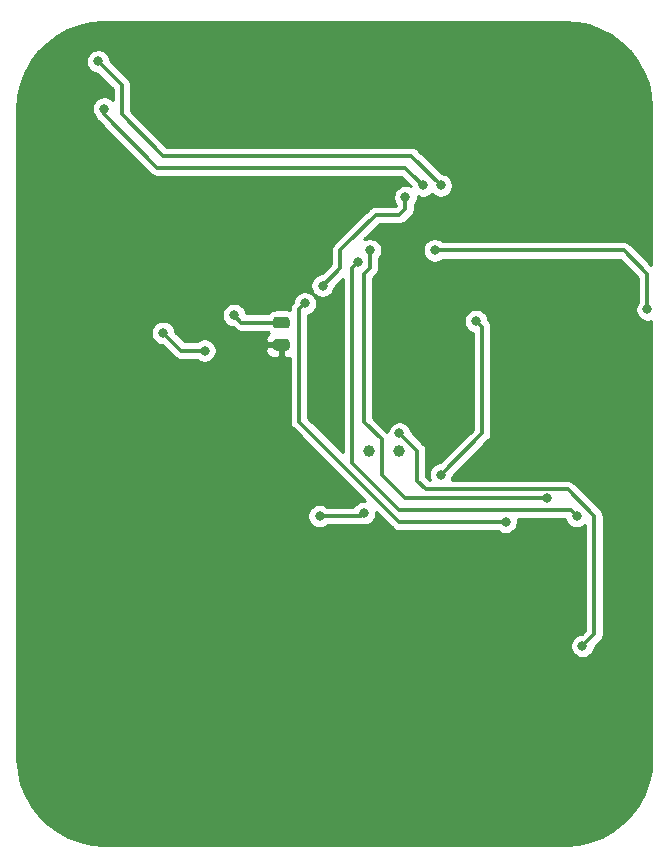
<source format=gbr>
%TF.GenerationSoftware,KiCad,Pcbnew,(5.1.6)-1*%
%TF.CreationDate,2021-01-08T17:07:44+01:00*%
%TF.ProjectId,stm32L412K8T6,73746d33-324c-4343-9132-4b3854362e6b,rev?*%
%TF.SameCoordinates,Original*%
%TF.FileFunction,Copper,L2,Bot*%
%TF.FilePolarity,Positive*%
%FSLAX46Y46*%
G04 Gerber Fmt 4.6, Leading zero omitted, Abs format (unit mm)*
G04 Created by KiCad (PCBNEW (5.1.6)-1) date 2021-01-08 17:07:44*
%MOMM*%
%LPD*%
G01*
G04 APERTURE LIST*
%TA.AperFunction,ComponentPad*%
%ADD10C,1.000000*%
%TD*%
%TA.AperFunction,ViaPad*%
%ADD11C,0.800000*%
%TD*%
%TA.AperFunction,Conductor*%
%ADD12C,0.300000*%
%TD*%
%TA.AperFunction,Conductor*%
%ADD13C,0.254000*%
%TD*%
G04 APERTURE END LIST*
D10*
%TO.P,Y1,2*%
%TO.N,14_OSC_IN*%
X146460000Y-94000000D03*
%TO.P,Y1,1*%
%TO.N,15_OSC_OUT*%
X149000000Y-94000000D03*
%TD*%
%TO.P,D1,2*%
%TO.N,Net-(D1-Pad2)*%
%TA.AperFunction,SMDPad,CuDef*%
G36*
G01*
X139456250Y-83612500D02*
X138543750Y-83612500D01*
G75*
G02*
X138300000Y-83368750I0J243750D01*
G01*
X138300000Y-82881250D01*
G75*
G02*
X138543750Y-82637500I243750J0D01*
G01*
X139456250Y-82637500D01*
G75*
G02*
X139700000Y-82881250I0J-243750D01*
G01*
X139700000Y-83368750D01*
G75*
G02*
X139456250Y-83612500I-243750J0D01*
G01*
G37*
%TD.AperFunction*%
%TO.P,D1,1*%
%TO.N,GND*%
%TA.AperFunction,SMDPad,CuDef*%
G36*
G01*
X139456250Y-85487500D02*
X138543750Y-85487500D01*
G75*
G02*
X138300000Y-85243750I0J243750D01*
G01*
X138300000Y-84756250D01*
G75*
G02*
X138543750Y-84512500I243750J0D01*
G01*
X139456250Y-84512500D01*
G75*
G02*
X139700000Y-84756250I0J-243750D01*
G01*
X139700000Y-85243750D01*
G75*
G02*
X139456250Y-85487500I-243750J0D01*
G01*
G37*
%TD.AperFunction*%
%TD*%
D11*
%TO.N,GND*%
X147500000Y-82500000D03*
X149250000Y-82500000D03*
X147500000Y-84250000D03*
X151000000Y-86000000D03*
X147500000Y-86000000D03*
X120000000Y-78500000D03*
X122250000Y-78500000D03*
X120000000Y-80750000D03*
X122250000Y-83000000D03*
X122250000Y-80750000D03*
X124500000Y-80750000D03*
X120000000Y-83000000D03*
X124500000Y-78500000D03*
X124500000Y-83000000D03*
X124500000Y-87500000D03*
X120000000Y-87500000D03*
X120000000Y-85250000D03*
X124500000Y-89750000D03*
X122250000Y-89750000D03*
X124500000Y-85250000D03*
X120000000Y-89750000D03*
X122250000Y-85250000D03*
X122250000Y-87500000D03*
X141750000Y-75750000D03*
X137250000Y-73500000D03*
X139500000Y-73500000D03*
X137250000Y-78000000D03*
X139500000Y-75750000D03*
X137250000Y-75750000D03*
X141750000Y-78000000D03*
X139500000Y-78000000D03*
X141750000Y-73500000D03*
X134500000Y-89250000D03*
X139000000Y-91500000D03*
X139000000Y-87000000D03*
X139000000Y-89250000D03*
X134500000Y-87000000D03*
X134500000Y-91500000D03*
X136750000Y-87000000D03*
X136750000Y-91500000D03*
X136750000Y-89250000D03*
X159500000Y-93500000D03*
X157250000Y-89000000D03*
X159500000Y-89000000D03*
X157250000Y-91250000D03*
X161750000Y-93500000D03*
X161750000Y-89000000D03*
X157250000Y-93500000D03*
X161750000Y-91250000D03*
X159500000Y-91250000D03*
X156250000Y-73500000D03*
X154000000Y-71250000D03*
X154000000Y-73500000D03*
X158500000Y-75750000D03*
X154000000Y-75750000D03*
X158500000Y-73500000D03*
X158500000Y-71250000D03*
X156250000Y-71250000D03*
X156250000Y-75750000D03*
X151000000Y-84250000D03*
X156250000Y-80250000D03*
X142250000Y-86750000D03*
X152250000Y-59750000D03*
X145500000Y-59750000D03*
X145500000Y-64250000D03*
X150000000Y-64250000D03*
X150000000Y-62000000D03*
X143250000Y-64250000D03*
X154500000Y-64250000D03*
X147750000Y-59750000D03*
X152250000Y-62000000D03*
X147750000Y-62000000D03*
X143250000Y-59750000D03*
X152250000Y-64250000D03*
X154500000Y-59750000D03*
X147750000Y-64250000D03*
X154500000Y-62000000D03*
X143250000Y-62000000D03*
X145500000Y-62000000D03*
X150000000Y-59750000D03*
X127000000Y-109000000D03*
X124750000Y-106750000D03*
X118000000Y-109000000D03*
X122500000Y-109000000D03*
X124750000Y-104500000D03*
X129250000Y-109000000D03*
X129250000Y-106750000D03*
X124750000Y-109000000D03*
X120250000Y-109000000D03*
X118000000Y-104500000D03*
X122500000Y-106750000D03*
X129250000Y-104500000D03*
X118000000Y-106750000D03*
X120250000Y-106750000D03*
X127000000Y-104500000D03*
X127000000Y-106750000D03*
X136500000Y-109000000D03*
X134250000Y-109000000D03*
X138750000Y-106750000D03*
X143250000Y-109000000D03*
X132000000Y-104500000D03*
X138750000Y-104500000D03*
X141000000Y-104500000D03*
X132000000Y-109000000D03*
X143250000Y-106750000D03*
X136500000Y-104500000D03*
X138750000Y-109000000D03*
X134250000Y-104500000D03*
X134250000Y-106750000D03*
X141000000Y-106750000D03*
X132000000Y-106750000D03*
X143250000Y-104500000D03*
X136500000Y-106750000D03*
X141000000Y-109000000D03*
X127500000Y-116000000D03*
X132000000Y-116000000D03*
X134250000Y-113750000D03*
X136500000Y-116000000D03*
X134250000Y-116000000D03*
X132000000Y-111500000D03*
X138750000Y-111500000D03*
X129750000Y-116000000D03*
X136500000Y-111500000D03*
X134250000Y-111500000D03*
X129750000Y-113750000D03*
X138750000Y-116000000D03*
X129750000Y-111500000D03*
X138750000Y-113750000D03*
X127500000Y-113750000D03*
X132000000Y-113750000D03*
X127500000Y-111500000D03*
X136500000Y-113750000D03*
X132000000Y-120750000D03*
X127500000Y-118500000D03*
X127500000Y-123000000D03*
X134250000Y-120750000D03*
X132000000Y-118500000D03*
X134250000Y-118500000D03*
X136500000Y-118500000D03*
X138750000Y-120750000D03*
X132000000Y-123000000D03*
X136500000Y-123000000D03*
X127500000Y-120750000D03*
X134250000Y-123000000D03*
X136500000Y-120750000D03*
X138750000Y-123000000D03*
X129750000Y-123000000D03*
X138750000Y-118500000D03*
X129750000Y-118500000D03*
X129750000Y-120750000D03*
X159750000Y-112750000D03*
X162000000Y-115000000D03*
X153000000Y-115000000D03*
X164250000Y-112750000D03*
X159750000Y-115000000D03*
X155250000Y-112750000D03*
X155250000Y-115000000D03*
X164250000Y-115000000D03*
X162000000Y-112750000D03*
X157500000Y-117250000D03*
X162000000Y-117250000D03*
X164250000Y-117250000D03*
X159750000Y-117250000D03*
X157500000Y-112750000D03*
X155250000Y-117250000D03*
X153000000Y-112750000D03*
X153000000Y-117250000D03*
X157500000Y-115000000D03*
X129000000Y-73500000D03*
X126750000Y-73500000D03*
X124500000Y-71250000D03*
X117750000Y-75750000D03*
X120000000Y-73500000D03*
X122250000Y-73500000D03*
X122250000Y-71250000D03*
X117750000Y-73500000D03*
X120000000Y-71250000D03*
X126750000Y-75750000D03*
X129000000Y-71250000D03*
X126750000Y-71250000D03*
X124500000Y-75750000D03*
X120000000Y-75750000D03*
X117750000Y-71250000D03*
X124500000Y-73500000D03*
X129000000Y-75750000D03*
X122250000Y-75750000D03*
X117750000Y-80750000D03*
X117750000Y-85250000D03*
X117750000Y-78500000D03*
X117750000Y-89750000D03*
X117750000Y-87500000D03*
X117750000Y-83000000D03*
X145000000Y-98000000D03*
X117750000Y-94250000D03*
X117750000Y-92000000D03*
X124500000Y-92000000D03*
X120000000Y-94250000D03*
X122250000Y-92000000D03*
X120000000Y-92000000D03*
X122250000Y-94250000D03*
%TO.N,Net-(D1-Pad2)*%
X135000000Y-82500000D03*
%TO.N,RX*%
X152500000Y-71500000D03*
X123500000Y-61000000D03*
%TO.N,TX*%
X151000000Y-71500000D03*
X124000000Y-65000000D03*
%TO.N,NRST*%
X149000000Y-92500000D03*
X164500000Y-110500000D03*
%TO.N,SDA*%
X129000000Y-84000000D03*
X132500000Y-85500000D03*
%TO.N,SWCLK*%
X145500000Y-78000000D03*
X164000000Y-99500000D03*
%TO.N,SWO*%
X141000000Y-81500000D03*
X158000000Y-100000000D03*
%TO.N,SWDIO*%
X161500000Y-98000000D03*
X146500000Y-77000000D03*
%TO.N,BOOT0*%
X155500000Y-83000000D03*
X152500000Y-96000000D03*
X146000000Y-99250000D03*
X142250000Y-99500000D03*
%TO.N,PA8*%
X152000000Y-77000000D03*
X170000000Y-82000000D03*
%TO.N,PA15*%
X149500000Y-72500000D03*
X142500000Y-80000000D03*
%TD*%
D12*
%TO.N,Net-(D1-Pad2)*%
X135625000Y-83125000D02*
X139000000Y-83125000D01*
X135000000Y-82500000D02*
X135625000Y-83125000D01*
%TO.N,RX*%
X152500000Y-71500000D02*
X150000000Y-69000000D01*
X150000000Y-69000000D02*
X129000000Y-69000000D01*
X129000000Y-69000000D02*
X125500000Y-65500000D01*
X125500000Y-65500000D02*
X125500000Y-63000000D01*
X125500000Y-63000000D02*
X123500000Y-61000000D01*
%TO.N,TX*%
X151000000Y-71500000D02*
X150000000Y-70500000D01*
X150000000Y-70500000D02*
X149500000Y-70000000D01*
X149500000Y-70000000D02*
X128500000Y-70000000D01*
X128500000Y-70000000D02*
X124000000Y-65500000D01*
X124000000Y-65500000D02*
X124000000Y-65000000D01*
%TO.N,NRST*%
X149000000Y-92500000D02*
X149500000Y-93000000D01*
X149500000Y-93000000D02*
X150500000Y-94000000D01*
X150500000Y-94000000D02*
X150500000Y-96500000D01*
X151249999Y-97249999D02*
X163249999Y-97249999D01*
X150500000Y-96500000D02*
X151249999Y-97249999D01*
X163249999Y-97249999D02*
X165500000Y-99500000D01*
X165500000Y-99500000D02*
X165500000Y-109500000D01*
X165500000Y-109500000D02*
X164500000Y-110500000D01*
%TO.N,SDA*%
X129000000Y-84000000D02*
X130500000Y-85500000D01*
X130500000Y-85500000D02*
X132500000Y-85500000D01*
%TO.N,SWCLK*%
X145500000Y-78000000D02*
X145000000Y-78500000D01*
X145000000Y-78500000D02*
X145000000Y-95000000D01*
X145000000Y-95000000D02*
X149000000Y-99000000D01*
X149000000Y-99000000D02*
X163500000Y-99000000D01*
X163500000Y-99000000D02*
X164000000Y-99500000D01*
%TO.N,SWO*%
X141000000Y-81500000D02*
X140500000Y-82000000D01*
X140500000Y-82000000D02*
X140500000Y-91000000D01*
X140500000Y-91000000D02*
X140500000Y-91500000D01*
X140500000Y-91500000D02*
X149000000Y-100000000D01*
X149000000Y-100000000D02*
X158000000Y-100000000D01*
%TO.N,SWDIO*%
X161500000Y-98000000D02*
X153500000Y-98000000D01*
X153500000Y-98000000D02*
X149500000Y-98000000D01*
X149500000Y-98000000D02*
X147500000Y-96000000D01*
X147500000Y-96000000D02*
X147500000Y-93000000D01*
X147500000Y-93000000D02*
X146000000Y-91500000D01*
X146000000Y-91500000D02*
X146000000Y-79000000D01*
X146000000Y-79000000D02*
X146500000Y-78500000D01*
X146500000Y-78500000D02*
X146500000Y-77000000D01*
%TO.N,BOOT0*%
X155500000Y-83000000D02*
X156000000Y-83500000D01*
X156000000Y-83500000D02*
X156000000Y-92500000D01*
X156000000Y-92500000D02*
X152500000Y-96000000D01*
X145750000Y-99500000D02*
X146000000Y-99250000D01*
X142250000Y-99500000D02*
X145750000Y-99500000D01*
%TO.N,PA8*%
X170000000Y-82000000D02*
X170000000Y-79000000D01*
X168000000Y-77000000D02*
X152000000Y-77000000D01*
X170000000Y-79000000D02*
X168000000Y-77000000D01*
%TO.N,PA15*%
X149500000Y-72500000D02*
X149500000Y-73500000D01*
X149500000Y-73500000D02*
X149000000Y-74000000D01*
X149000000Y-74000000D02*
X147000000Y-74000000D01*
X147000000Y-74000000D02*
X144500000Y-76500000D01*
X144500000Y-76500000D02*
X144000000Y-77000000D01*
X144000000Y-77000000D02*
X144000000Y-78500000D01*
X144000000Y-78500000D02*
X142500000Y-80000000D01*
%TD*%
D13*
%TO.N,GND*%
G36*
X164033984Y-57734863D02*
G01*
X165047336Y-57953032D01*
X166019833Y-58311805D01*
X166932081Y-58804027D01*
X167765873Y-59419875D01*
X168504578Y-60147065D01*
X169133441Y-60971073D01*
X169639935Y-61875483D01*
X170013943Y-62842233D01*
X170248001Y-63852030D01*
X170339237Y-64905445D01*
X170340001Y-65002765D01*
X170340001Y-78229843D01*
X168582345Y-76472188D01*
X168557764Y-76442236D01*
X168438233Y-76344138D01*
X168301860Y-76271246D01*
X168153887Y-76226359D01*
X168038561Y-76215000D01*
X168038553Y-76215000D01*
X168000000Y-76211203D01*
X167961447Y-76215000D01*
X152678711Y-76215000D01*
X152659774Y-76196063D01*
X152490256Y-76082795D01*
X152301898Y-76004774D01*
X152101939Y-75965000D01*
X151898061Y-75965000D01*
X151698102Y-76004774D01*
X151509744Y-76082795D01*
X151340226Y-76196063D01*
X151196063Y-76340226D01*
X151082795Y-76509744D01*
X151004774Y-76698102D01*
X150965000Y-76898061D01*
X150965000Y-77101939D01*
X151004774Y-77301898D01*
X151082795Y-77490256D01*
X151196063Y-77659774D01*
X151340226Y-77803937D01*
X151509744Y-77917205D01*
X151698102Y-77995226D01*
X151898061Y-78035000D01*
X152101939Y-78035000D01*
X152301898Y-77995226D01*
X152490256Y-77917205D01*
X152659774Y-77803937D01*
X152678711Y-77785000D01*
X167674843Y-77785000D01*
X169215001Y-79325159D01*
X169215000Y-81321289D01*
X169196063Y-81340226D01*
X169082795Y-81509744D01*
X169004774Y-81698102D01*
X168965000Y-81898061D01*
X168965000Y-82101939D01*
X169004774Y-82301898D01*
X169082795Y-82490256D01*
X169196063Y-82659774D01*
X169340226Y-82803937D01*
X169509744Y-82917205D01*
X169698102Y-82995226D01*
X169898061Y-83035000D01*
X170101939Y-83035000D01*
X170301898Y-82995226D01*
X170340001Y-82979443D01*
X170340000Y-119976662D01*
X170265137Y-121033982D01*
X170046968Y-122047336D01*
X169688195Y-123019833D01*
X169195970Y-123932086D01*
X168580123Y-124765876D01*
X167852934Y-125504578D01*
X167028927Y-126133441D01*
X166124516Y-126639935D01*
X165157766Y-127013943D01*
X164147976Y-127248000D01*
X163094555Y-127339237D01*
X162997362Y-127340000D01*
X124023338Y-127340000D01*
X122966018Y-127265137D01*
X121952664Y-127046968D01*
X120980167Y-126688195D01*
X120067914Y-126195970D01*
X119234124Y-125580123D01*
X118495422Y-124852934D01*
X117866559Y-124028927D01*
X117360065Y-123124516D01*
X116986057Y-122157766D01*
X116752000Y-121147976D01*
X116660763Y-120094555D01*
X116660000Y-119997362D01*
X116660000Y-83898061D01*
X127965000Y-83898061D01*
X127965000Y-84101939D01*
X128004774Y-84301898D01*
X128082795Y-84490256D01*
X128196063Y-84659774D01*
X128340226Y-84803937D01*
X128509744Y-84917205D01*
X128698102Y-84995226D01*
X128898061Y-85035000D01*
X128924843Y-85035000D01*
X129917658Y-86027816D01*
X129942236Y-86057764D01*
X129972184Y-86082342D01*
X129972187Y-86082345D01*
X130001559Y-86106450D01*
X130061767Y-86155862D01*
X130198140Y-86228754D01*
X130311672Y-86263194D01*
X130346112Y-86273641D01*
X130360490Y-86275057D01*
X130461439Y-86285000D01*
X130461446Y-86285000D01*
X130499999Y-86288797D01*
X130538552Y-86285000D01*
X131821289Y-86285000D01*
X131840226Y-86303937D01*
X132009744Y-86417205D01*
X132198102Y-86495226D01*
X132398061Y-86535000D01*
X132601939Y-86535000D01*
X132801898Y-86495226D01*
X132990256Y-86417205D01*
X133159774Y-86303937D01*
X133303937Y-86159774D01*
X133417205Y-85990256D01*
X133495226Y-85801898D01*
X133535000Y-85601939D01*
X133535000Y-85487500D01*
X137661928Y-85487500D01*
X137674188Y-85611982D01*
X137710498Y-85731680D01*
X137769463Y-85841994D01*
X137848815Y-85938685D01*
X137945506Y-86018037D01*
X138055820Y-86077002D01*
X138175518Y-86113312D01*
X138300000Y-86125572D01*
X138714250Y-86122500D01*
X138873000Y-85963750D01*
X138873000Y-85127000D01*
X137823750Y-85127000D01*
X137665000Y-85285750D01*
X137661928Y-85487500D01*
X133535000Y-85487500D01*
X133535000Y-85398061D01*
X133495226Y-85198102D01*
X133417205Y-85009744D01*
X133303937Y-84840226D01*
X133159774Y-84696063D01*
X132990256Y-84582795D01*
X132801898Y-84504774D01*
X132601939Y-84465000D01*
X132398061Y-84465000D01*
X132198102Y-84504774D01*
X132009744Y-84582795D01*
X131840226Y-84696063D01*
X131821289Y-84715000D01*
X130825158Y-84715000D01*
X130035000Y-83924843D01*
X130035000Y-83898061D01*
X129995226Y-83698102D01*
X129917205Y-83509744D01*
X129803937Y-83340226D01*
X129659774Y-83196063D01*
X129490256Y-83082795D01*
X129301898Y-83004774D01*
X129101939Y-82965000D01*
X128898061Y-82965000D01*
X128698102Y-83004774D01*
X128509744Y-83082795D01*
X128340226Y-83196063D01*
X128196063Y-83340226D01*
X128082795Y-83509744D01*
X128004774Y-83698102D01*
X127965000Y-83898061D01*
X116660000Y-83898061D01*
X116660000Y-65023338D01*
X116734863Y-63966016D01*
X116953032Y-62952664D01*
X117311805Y-61980167D01*
X117804027Y-61067919D01*
X117929485Y-60898061D01*
X122465000Y-60898061D01*
X122465000Y-61101939D01*
X122504774Y-61301898D01*
X122582795Y-61490256D01*
X122696063Y-61659774D01*
X122840226Y-61803937D01*
X123009744Y-61917205D01*
X123198102Y-61995226D01*
X123398061Y-62035000D01*
X123424843Y-62035000D01*
X124715001Y-63325159D01*
X124715000Y-64251289D01*
X124659774Y-64196063D01*
X124490256Y-64082795D01*
X124301898Y-64004774D01*
X124101939Y-63965000D01*
X123898061Y-63965000D01*
X123698102Y-64004774D01*
X123509744Y-64082795D01*
X123340226Y-64196063D01*
X123196063Y-64340226D01*
X123082795Y-64509744D01*
X123004774Y-64698102D01*
X122965000Y-64898061D01*
X122965000Y-65101939D01*
X123004774Y-65301898D01*
X123082795Y-65490256D01*
X123196063Y-65659774D01*
X123242115Y-65705826D01*
X123271246Y-65801859D01*
X123344138Y-65938232D01*
X123442236Y-66057764D01*
X123472190Y-66082347D01*
X127917658Y-70527816D01*
X127942236Y-70557764D01*
X127972184Y-70582342D01*
X127972187Y-70582345D01*
X128001559Y-70606450D01*
X128061767Y-70655862D01*
X128198140Y-70728754D01*
X128346113Y-70773641D01*
X128461439Y-70785000D01*
X128461446Y-70785000D01*
X128499999Y-70788797D01*
X128538552Y-70785000D01*
X149174843Y-70785000D01*
X149417651Y-71027807D01*
X149417655Y-71027812D01*
X149960180Y-71570337D01*
X149801898Y-71504774D01*
X149601939Y-71465000D01*
X149398061Y-71465000D01*
X149198102Y-71504774D01*
X149009744Y-71582795D01*
X148840226Y-71696063D01*
X148696063Y-71840226D01*
X148582795Y-72009744D01*
X148504774Y-72198102D01*
X148465000Y-72398061D01*
X148465000Y-72601939D01*
X148504774Y-72801898D01*
X148582795Y-72990256D01*
X148696063Y-73159774D01*
X148713066Y-73176777D01*
X148674843Y-73215000D01*
X147038556Y-73215000D01*
X147000000Y-73211203D01*
X146961444Y-73215000D01*
X146961439Y-73215000D01*
X146921026Y-73218980D01*
X146846113Y-73226358D01*
X146698140Y-73271246D01*
X146561767Y-73344138D01*
X146501559Y-73393550D01*
X146472187Y-73417655D01*
X146472184Y-73417658D01*
X146442236Y-73442236D01*
X146417658Y-73472184D01*
X143917655Y-75972188D01*
X143917651Y-75972193D01*
X143472190Y-76417653D01*
X143442236Y-76442236D01*
X143344138Y-76561768D01*
X143271246Y-76698141D01*
X143226359Y-76846114D01*
X143215000Y-76961440D01*
X143215000Y-76961447D01*
X143211203Y-77000000D01*
X143215000Y-77038553D01*
X143215001Y-78174841D01*
X142424843Y-78965000D01*
X142398061Y-78965000D01*
X142198102Y-79004774D01*
X142009744Y-79082795D01*
X141840226Y-79196063D01*
X141696063Y-79340226D01*
X141582795Y-79509744D01*
X141504774Y-79698102D01*
X141465000Y-79898061D01*
X141465000Y-80101939D01*
X141504774Y-80301898D01*
X141582795Y-80490256D01*
X141696063Y-80659774D01*
X141840226Y-80803937D01*
X142009744Y-80917205D01*
X142198102Y-80995226D01*
X142398061Y-81035000D01*
X142601939Y-81035000D01*
X142801898Y-80995226D01*
X142990256Y-80917205D01*
X143159774Y-80803937D01*
X143303937Y-80659774D01*
X143417205Y-80490256D01*
X143495226Y-80301898D01*
X143535000Y-80101939D01*
X143535000Y-80075157D01*
X144215000Y-79395158D01*
X144215001Y-94104844D01*
X141285000Y-91174843D01*
X141285000Y-82498587D01*
X141301898Y-82495226D01*
X141490256Y-82417205D01*
X141659774Y-82303937D01*
X141803937Y-82159774D01*
X141917205Y-81990256D01*
X141995226Y-81801898D01*
X142035000Y-81601939D01*
X142035000Y-81398061D01*
X141995226Y-81198102D01*
X141917205Y-81009744D01*
X141803937Y-80840226D01*
X141659774Y-80696063D01*
X141490256Y-80582795D01*
X141301898Y-80504774D01*
X141101939Y-80465000D01*
X140898061Y-80465000D01*
X140698102Y-80504774D01*
X140509744Y-80582795D01*
X140340226Y-80696063D01*
X140196063Y-80840226D01*
X140082795Y-81009744D01*
X140004774Y-81198102D01*
X139965000Y-81398061D01*
X139965000Y-81423554D01*
X139942236Y-81442236D01*
X139844138Y-81561768D01*
X139771246Y-81698141D01*
X139726359Y-81846114D01*
X139715000Y-81961440D01*
X139715000Y-81961447D01*
X139711203Y-82000000D01*
X139715000Y-82038553D01*
X139715000Y-82042677D01*
X139628285Y-82016372D01*
X139456250Y-81999428D01*
X138543750Y-81999428D01*
X138371715Y-82016372D01*
X138206291Y-82066553D01*
X138053836Y-82148042D01*
X137920208Y-82257708D01*
X137852672Y-82340000D01*
X136023451Y-82340000D01*
X135995226Y-82198102D01*
X135917205Y-82009744D01*
X135803937Y-81840226D01*
X135659774Y-81696063D01*
X135490256Y-81582795D01*
X135301898Y-81504774D01*
X135101939Y-81465000D01*
X134898061Y-81465000D01*
X134698102Y-81504774D01*
X134509744Y-81582795D01*
X134340226Y-81696063D01*
X134196063Y-81840226D01*
X134082795Y-82009744D01*
X134004774Y-82198102D01*
X133965000Y-82398061D01*
X133965000Y-82601939D01*
X134004774Y-82801898D01*
X134082795Y-82990256D01*
X134196063Y-83159774D01*
X134340226Y-83303937D01*
X134509744Y-83417205D01*
X134698102Y-83495226D01*
X134898061Y-83535000D01*
X134924842Y-83535000D01*
X135042657Y-83652815D01*
X135067236Y-83682764D01*
X135097184Y-83707342D01*
X135097187Y-83707345D01*
X135126559Y-83731450D01*
X135186767Y-83780862D01*
X135323140Y-83853754D01*
X135431709Y-83886688D01*
X135471112Y-83898641D01*
X135485490Y-83900057D01*
X135586439Y-83910000D01*
X135586446Y-83910000D01*
X135624999Y-83913797D01*
X135663552Y-83910000D01*
X137852672Y-83910000D01*
X137920208Y-83992292D01*
X137926564Y-83997508D01*
X137848815Y-84061315D01*
X137769463Y-84158006D01*
X137710498Y-84268320D01*
X137674188Y-84388018D01*
X137661928Y-84512500D01*
X137665000Y-84714250D01*
X137823750Y-84873000D01*
X138873000Y-84873000D01*
X138873000Y-84853000D01*
X139127000Y-84853000D01*
X139127000Y-84873000D01*
X139147000Y-84873000D01*
X139147000Y-85127000D01*
X139127000Y-85127000D01*
X139127000Y-85963750D01*
X139285750Y-86122500D01*
X139700000Y-86125572D01*
X139715000Y-86124095D01*
X139715001Y-90961430D01*
X139715000Y-90961440D01*
X139715000Y-91461447D01*
X139711203Y-91500000D01*
X139715000Y-91538553D01*
X139715000Y-91538561D01*
X139726359Y-91653887D01*
X139771246Y-91801860D01*
X139844138Y-91938233D01*
X139942237Y-92057764D01*
X139972185Y-92082342D01*
X146105563Y-98215721D01*
X146101939Y-98215000D01*
X145898061Y-98215000D01*
X145698102Y-98254774D01*
X145509744Y-98332795D01*
X145340226Y-98446063D01*
X145196063Y-98590226D01*
X145112692Y-98715000D01*
X142928711Y-98715000D01*
X142909774Y-98696063D01*
X142740256Y-98582795D01*
X142551898Y-98504774D01*
X142351939Y-98465000D01*
X142148061Y-98465000D01*
X141948102Y-98504774D01*
X141759744Y-98582795D01*
X141590226Y-98696063D01*
X141446063Y-98840226D01*
X141332795Y-99009744D01*
X141254774Y-99198102D01*
X141215000Y-99398061D01*
X141215000Y-99601939D01*
X141254774Y-99801898D01*
X141332795Y-99990256D01*
X141446063Y-100159774D01*
X141590226Y-100303937D01*
X141759744Y-100417205D01*
X141948102Y-100495226D01*
X142148061Y-100535000D01*
X142351939Y-100535000D01*
X142551898Y-100495226D01*
X142740256Y-100417205D01*
X142909774Y-100303937D01*
X142928711Y-100285000D01*
X145711447Y-100285000D01*
X145750000Y-100288797D01*
X145788553Y-100285000D01*
X145788561Y-100285000D01*
X145861797Y-100277787D01*
X145898061Y-100285000D01*
X146101939Y-100285000D01*
X146301898Y-100245226D01*
X146490256Y-100167205D01*
X146659774Y-100053937D01*
X146803937Y-99909774D01*
X146917205Y-99740256D01*
X146995226Y-99551898D01*
X147035000Y-99351939D01*
X147035000Y-99148061D01*
X147034279Y-99144437D01*
X148417658Y-100527816D01*
X148442236Y-100557764D01*
X148472184Y-100582342D01*
X148472187Y-100582345D01*
X148501559Y-100606450D01*
X148561767Y-100655862D01*
X148698140Y-100728754D01*
X148811672Y-100763194D01*
X148846112Y-100773641D01*
X148860490Y-100775057D01*
X148961439Y-100785000D01*
X148961446Y-100785000D01*
X148999999Y-100788797D01*
X149038552Y-100785000D01*
X157321289Y-100785000D01*
X157340226Y-100803937D01*
X157509744Y-100917205D01*
X157698102Y-100995226D01*
X157898061Y-101035000D01*
X158101939Y-101035000D01*
X158301898Y-100995226D01*
X158490256Y-100917205D01*
X158659774Y-100803937D01*
X158803937Y-100659774D01*
X158917205Y-100490256D01*
X158995226Y-100301898D01*
X159035000Y-100101939D01*
X159035000Y-99898061D01*
X159012511Y-99785000D01*
X163001413Y-99785000D01*
X163004774Y-99801898D01*
X163082795Y-99990256D01*
X163196063Y-100159774D01*
X163340226Y-100303937D01*
X163509744Y-100417205D01*
X163698102Y-100495226D01*
X163898061Y-100535000D01*
X164101939Y-100535000D01*
X164301898Y-100495226D01*
X164490256Y-100417205D01*
X164659774Y-100303937D01*
X164715000Y-100248711D01*
X164715001Y-109174842D01*
X164424843Y-109465000D01*
X164398061Y-109465000D01*
X164198102Y-109504774D01*
X164009744Y-109582795D01*
X163840226Y-109696063D01*
X163696063Y-109840226D01*
X163582795Y-110009744D01*
X163504774Y-110198102D01*
X163465000Y-110398061D01*
X163465000Y-110601939D01*
X163504774Y-110801898D01*
X163582795Y-110990256D01*
X163696063Y-111159774D01*
X163840226Y-111303937D01*
X164009744Y-111417205D01*
X164198102Y-111495226D01*
X164398061Y-111535000D01*
X164601939Y-111535000D01*
X164801898Y-111495226D01*
X164990256Y-111417205D01*
X165159774Y-111303937D01*
X165303937Y-111159774D01*
X165417205Y-110990256D01*
X165495226Y-110801898D01*
X165535000Y-110601939D01*
X165535000Y-110575157D01*
X166027810Y-110082347D01*
X166057764Y-110057764D01*
X166155862Y-109938233D01*
X166228754Y-109801860D01*
X166273642Y-109653887D01*
X166281020Y-109578974D01*
X166285000Y-109538561D01*
X166285000Y-109538556D01*
X166288797Y-109500000D01*
X166285000Y-109461444D01*
X166285000Y-99538555D01*
X166288797Y-99500000D01*
X166285000Y-99461440D01*
X166285000Y-99461439D01*
X166278758Y-99398061D01*
X166273642Y-99346113D01*
X166228754Y-99198140D01*
X166227644Y-99196063D01*
X166155862Y-99061767D01*
X166105170Y-98999999D01*
X166082345Y-98972187D01*
X166082342Y-98972184D01*
X166057764Y-98942236D01*
X166027817Y-98917659D01*
X163832344Y-96722187D01*
X163807763Y-96692235D01*
X163688232Y-96594137D01*
X163551859Y-96521245D01*
X163403886Y-96476358D01*
X163288560Y-96464999D01*
X163288552Y-96464999D01*
X163249999Y-96461202D01*
X163211446Y-96464999D01*
X153427667Y-96464999D01*
X153495226Y-96301898D01*
X153535000Y-96101939D01*
X153535000Y-96075157D01*
X156527816Y-93082342D01*
X156557764Y-93057764D01*
X156582346Y-93027812D01*
X156613167Y-92990256D01*
X156655862Y-92938233D01*
X156728754Y-92801860D01*
X156773641Y-92653887D01*
X156785000Y-92538561D01*
X156785000Y-92538554D01*
X156788797Y-92500001D01*
X156785000Y-92461448D01*
X156785000Y-83538556D01*
X156788797Y-83500000D01*
X156785000Y-83461440D01*
X156785000Y-83461439D01*
X156775871Y-83368750D01*
X156773642Y-83346113D01*
X156728754Y-83198140D01*
X156689660Y-83125000D01*
X156655862Y-83061767D01*
X156557764Y-82942236D01*
X156535000Y-82923554D01*
X156535000Y-82898061D01*
X156495226Y-82698102D01*
X156417205Y-82509744D01*
X156303937Y-82340226D01*
X156159774Y-82196063D01*
X155990256Y-82082795D01*
X155801898Y-82004774D01*
X155601939Y-81965000D01*
X155398061Y-81965000D01*
X155198102Y-82004774D01*
X155009744Y-82082795D01*
X154840226Y-82196063D01*
X154696063Y-82340226D01*
X154582795Y-82509744D01*
X154504774Y-82698102D01*
X154465000Y-82898061D01*
X154465000Y-83101939D01*
X154504774Y-83301898D01*
X154582795Y-83490256D01*
X154696063Y-83659774D01*
X154840226Y-83803937D01*
X155009744Y-83917205D01*
X155198102Y-83995226D01*
X155215000Y-83998587D01*
X155215001Y-92174841D01*
X152424843Y-94965000D01*
X152398061Y-94965000D01*
X152198102Y-95004774D01*
X152009744Y-95082795D01*
X151840226Y-95196063D01*
X151696063Y-95340226D01*
X151582795Y-95509744D01*
X151504774Y-95698102D01*
X151465000Y-95898061D01*
X151465000Y-96101939D01*
X151504774Y-96301898D01*
X151570337Y-96460180D01*
X151285000Y-96174843D01*
X151285000Y-94038556D01*
X151288797Y-94000000D01*
X151285000Y-93961440D01*
X151285000Y-93961439D01*
X151277788Y-93888212D01*
X151273642Y-93846113D01*
X151228754Y-93698140D01*
X151155862Y-93561767D01*
X151057764Y-93442236D01*
X151027811Y-93417654D01*
X150035000Y-92424843D01*
X150035000Y-92398061D01*
X149995226Y-92198102D01*
X149917205Y-92009744D01*
X149803937Y-91840226D01*
X149659774Y-91696063D01*
X149490256Y-91582795D01*
X149301898Y-91504774D01*
X149101939Y-91465000D01*
X148898061Y-91465000D01*
X148698102Y-91504774D01*
X148509744Y-91582795D01*
X148340226Y-91696063D01*
X148196063Y-91840226D01*
X148082795Y-92009744D01*
X148004774Y-92198102D01*
X147972170Y-92362013D01*
X146785000Y-91174843D01*
X146785000Y-79325157D01*
X147027806Y-79082350D01*
X147057764Y-79057764D01*
X147155862Y-78938233D01*
X147228754Y-78801860D01*
X147260217Y-78698141D01*
X147273642Y-78653887D01*
X147282714Y-78561767D01*
X147285000Y-78538561D01*
X147285000Y-78538556D01*
X147288797Y-78500000D01*
X147285000Y-78461440D01*
X147285000Y-77678711D01*
X147303937Y-77659774D01*
X147417205Y-77490256D01*
X147495226Y-77301898D01*
X147535000Y-77101939D01*
X147535000Y-76898061D01*
X147495226Y-76698102D01*
X147417205Y-76509744D01*
X147303937Y-76340226D01*
X147159774Y-76196063D01*
X146990256Y-76082795D01*
X146801898Y-76004774D01*
X146601939Y-75965000D01*
X146398061Y-75965000D01*
X146198102Y-76004774D01*
X146039821Y-76070337D01*
X147325158Y-74785000D01*
X148961447Y-74785000D01*
X149000000Y-74788797D01*
X149038553Y-74785000D01*
X149038561Y-74785000D01*
X149153887Y-74773641D01*
X149301860Y-74728754D01*
X149438233Y-74655862D01*
X149557764Y-74557764D01*
X149582347Y-74527810D01*
X150027805Y-74082351D01*
X150057764Y-74057764D01*
X150155862Y-73938233D01*
X150228754Y-73801860D01*
X150260217Y-73698141D01*
X150273642Y-73653887D01*
X150282714Y-73561767D01*
X150285000Y-73538561D01*
X150285000Y-73538556D01*
X150288797Y-73500000D01*
X150285000Y-73461444D01*
X150285000Y-73178711D01*
X150303937Y-73159774D01*
X150417205Y-72990256D01*
X150495226Y-72801898D01*
X150535000Y-72601939D01*
X150535000Y-72427666D01*
X150698102Y-72495226D01*
X150898061Y-72535000D01*
X151101939Y-72535000D01*
X151301898Y-72495226D01*
X151490256Y-72417205D01*
X151659774Y-72303937D01*
X151750000Y-72213711D01*
X151840226Y-72303937D01*
X152009744Y-72417205D01*
X152198102Y-72495226D01*
X152398061Y-72535000D01*
X152601939Y-72535000D01*
X152801898Y-72495226D01*
X152990256Y-72417205D01*
X153159774Y-72303937D01*
X153303937Y-72159774D01*
X153417205Y-71990256D01*
X153495226Y-71801898D01*
X153535000Y-71601939D01*
X153535000Y-71398061D01*
X153495226Y-71198102D01*
X153417205Y-71009744D01*
X153303937Y-70840226D01*
X153159774Y-70696063D01*
X152990256Y-70582795D01*
X152801898Y-70504774D01*
X152601939Y-70465000D01*
X152575158Y-70465000D01*
X150582347Y-68472190D01*
X150557764Y-68442236D01*
X150438233Y-68344138D01*
X150301860Y-68271246D01*
X150153887Y-68226359D01*
X150038561Y-68215000D01*
X150038553Y-68215000D01*
X150000000Y-68211203D01*
X149961447Y-68215000D01*
X129325158Y-68215000D01*
X126285000Y-65174843D01*
X126285000Y-63038552D01*
X126288797Y-62999999D01*
X126285000Y-62961446D01*
X126285000Y-62961439D01*
X126273641Y-62846113D01*
X126264108Y-62814685D01*
X126228754Y-62698140D01*
X126221166Y-62683944D01*
X126155862Y-62561767D01*
X126057764Y-62442236D01*
X126027816Y-62417658D01*
X124535000Y-60924843D01*
X124535000Y-60898061D01*
X124495226Y-60698102D01*
X124417205Y-60509744D01*
X124303937Y-60340226D01*
X124159774Y-60196063D01*
X123990256Y-60082795D01*
X123801898Y-60004774D01*
X123601939Y-59965000D01*
X123398061Y-59965000D01*
X123198102Y-60004774D01*
X123009744Y-60082795D01*
X122840226Y-60196063D01*
X122696063Y-60340226D01*
X122582795Y-60509744D01*
X122504774Y-60698102D01*
X122465000Y-60898061D01*
X117929485Y-60898061D01*
X118419875Y-60234127D01*
X119147065Y-59495422D01*
X119971073Y-58866559D01*
X120875483Y-58360065D01*
X121842233Y-57986057D01*
X122852030Y-57751999D01*
X123905445Y-57660763D01*
X124002638Y-57660000D01*
X162976662Y-57660000D01*
X164033984Y-57734863D01*
G37*
X164033984Y-57734863D02*
X165047336Y-57953032D01*
X166019833Y-58311805D01*
X166932081Y-58804027D01*
X167765873Y-59419875D01*
X168504578Y-60147065D01*
X169133441Y-60971073D01*
X169639935Y-61875483D01*
X170013943Y-62842233D01*
X170248001Y-63852030D01*
X170339237Y-64905445D01*
X170340001Y-65002765D01*
X170340001Y-78229843D01*
X168582345Y-76472188D01*
X168557764Y-76442236D01*
X168438233Y-76344138D01*
X168301860Y-76271246D01*
X168153887Y-76226359D01*
X168038561Y-76215000D01*
X168038553Y-76215000D01*
X168000000Y-76211203D01*
X167961447Y-76215000D01*
X152678711Y-76215000D01*
X152659774Y-76196063D01*
X152490256Y-76082795D01*
X152301898Y-76004774D01*
X152101939Y-75965000D01*
X151898061Y-75965000D01*
X151698102Y-76004774D01*
X151509744Y-76082795D01*
X151340226Y-76196063D01*
X151196063Y-76340226D01*
X151082795Y-76509744D01*
X151004774Y-76698102D01*
X150965000Y-76898061D01*
X150965000Y-77101939D01*
X151004774Y-77301898D01*
X151082795Y-77490256D01*
X151196063Y-77659774D01*
X151340226Y-77803937D01*
X151509744Y-77917205D01*
X151698102Y-77995226D01*
X151898061Y-78035000D01*
X152101939Y-78035000D01*
X152301898Y-77995226D01*
X152490256Y-77917205D01*
X152659774Y-77803937D01*
X152678711Y-77785000D01*
X167674843Y-77785000D01*
X169215001Y-79325159D01*
X169215000Y-81321289D01*
X169196063Y-81340226D01*
X169082795Y-81509744D01*
X169004774Y-81698102D01*
X168965000Y-81898061D01*
X168965000Y-82101939D01*
X169004774Y-82301898D01*
X169082795Y-82490256D01*
X169196063Y-82659774D01*
X169340226Y-82803937D01*
X169509744Y-82917205D01*
X169698102Y-82995226D01*
X169898061Y-83035000D01*
X170101939Y-83035000D01*
X170301898Y-82995226D01*
X170340001Y-82979443D01*
X170340000Y-119976662D01*
X170265137Y-121033982D01*
X170046968Y-122047336D01*
X169688195Y-123019833D01*
X169195970Y-123932086D01*
X168580123Y-124765876D01*
X167852934Y-125504578D01*
X167028927Y-126133441D01*
X166124516Y-126639935D01*
X165157766Y-127013943D01*
X164147976Y-127248000D01*
X163094555Y-127339237D01*
X162997362Y-127340000D01*
X124023338Y-127340000D01*
X122966018Y-127265137D01*
X121952664Y-127046968D01*
X120980167Y-126688195D01*
X120067914Y-126195970D01*
X119234124Y-125580123D01*
X118495422Y-124852934D01*
X117866559Y-124028927D01*
X117360065Y-123124516D01*
X116986057Y-122157766D01*
X116752000Y-121147976D01*
X116660763Y-120094555D01*
X116660000Y-119997362D01*
X116660000Y-83898061D01*
X127965000Y-83898061D01*
X127965000Y-84101939D01*
X128004774Y-84301898D01*
X128082795Y-84490256D01*
X128196063Y-84659774D01*
X128340226Y-84803937D01*
X128509744Y-84917205D01*
X128698102Y-84995226D01*
X128898061Y-85035000D01*
X128924843Y-85035000D01*
X129917658Y-86027816D01*
X129942236Y-86057764D01*
X129972184Y-86082342D01*
X129972187Y-86082345D01*
X130001559Y-86106450D01*
X130061767Y-86155862D01*
X130198140Y-86228754D01*
X130311672Y-86263194D01*
X130346112Y-86273641D01*
X130360490Y-86275057D01*
X130461439Y-86285000D01*
X130461446Y-86285000D01*
X130499999Y-86288797D01*
X130538552Y-86285000D01*
X131821289Y-86285000D01*
X131840226Y-86303937D01*
X132009744Y-86417205D01*
X132198102Y-86495226D01*
X132398061Y-86535000D01*
X132601939Y-86535000D01*
X132801898Y-86495226D01*
X132990256Y-86417205D01*
X133159774Y-86303937D01*
X133303937Y-86159774D01*
X133417205Y-85990256D01*
X133495226Y-85801898D01*
X133535000Y-85601939D01*
X133535000Y-85487500D01*
X137661928Y-85487500D01*
X137674188Y-85611982D01*
X137710498Y-85731680D01*
X137769463Y-85841994D01*
X137848815Y-85938685D01*
X137945506Y-86018037D01*
X138055820Y-86077002D01*
X138175518Y-86113312D01*
X138300000Y-86125572D01*
X138714250Y-86122500D01*
X138873000Y-85963750D01*
X138873000Y-85127000D01*
X137823750Y-85127000D01*
X137665000Y-85285750D01*
X137661928Y-85487500D01*
X133535000Y-85487500D01*
X133535000Y-85398061D01*
X133495226Y-85198102D01*
X133417205Y-85009744D01*
X133303937Y-84840226D01*
X133159774Y-84696063D01*
X132990256Y-84582795D01*
X132801898Y-84504774D01*
X132601939Y-84465000D01*
X132398061Y-84465000D01*
X132198102Y-84504774D01*
X132009744Y-84582795D01*
X131840226Y-84696063D01*
X131821289Y-84715000D01*
X130825158Y-84715000D01*
X130035000Y-83924843D01*
X130035000Y-83898061D01*
X129995226Y-83698102D01*
X129917205Y-83509744D01*
X129803937Y-83340226D01*
X129659774Y-83196063D01*
X129490256Y-83082795D01*
X129301898Y-83004774D01*
X129101939Y-82965000D01*
X128898061Y-82965000D01*
X128698102Y-83004774D01*
X128509744Y-83082795D01*
X128340226Y-83196063D01*
X128196063Y-83340226D01*
X128082795Y-83509744D01*
X128004774Y-83698102D01*
X127965000Y-83898061D01*
X116660000Y-83898061D01*
X116660000Y-65023338D01*
X116734863Y-63966016D01*
X116953032Y-62952664D01*
X117311805Y-61980167D01*
X117804027Y-61067919D01*
X117929485Y-60898061D01*
X122465000Y-60898061D01*
X122465000Y-61101939D01*
X122504774Y-61301898D01*
X122582795Y-61490256D01*
X122696063Y-61659774D01*
X122840226Y-61803937D01*
X123009744Y-61917205D01*
X123198102Y-61995226D01*
X123398061Y-62035000D01*
X123424843Y-62035000D01*
X124715001Y-63325159D01*
X124715000Y-64251289D01*
X124659774Y-64196063D01*
X124490256Y-64082795D01*
X124301898Y-64004774D01*
X124101939Y-63965000D01*
X123898061Y-63965000D01*
X123698102Y-64004774D01*
X123509744Y-64082795D01*
X123340226Y-64196063D01*
X123196063Y-64340226D01*
X123082795Y-64509744D01*
X123004774Y-64698102D01*
X122965000Y-64898061D01*
X122965000Y-65101939D01*
X123004774Y-65301898D01*
X123082795Y-65490256D01*
X123196063Y-65659774D01*
X123242115Y-65705826D01*
X123271246Y-65801859D01*
X123344138Y-65938232D01*
X123442236Y-66057764D01*
X123472190Y-66082347D01*
X127917658Y-70527816D01*
X127942236Y-70557764D01*
X127972184Y-70582342D01*
X127972187Y-70582345D01*
X128001559Y-70606450D01*
X128061767Y-70655862D01*
X128198140Y-70728754D01*
X128346113Y-70773641D01*
X128461439Y-70785000D01*
X128461446Y-70785000D01*
X128499999Y-70788797D01*
X128538552Y-70785000D01*
X149174843Y-70785000D01*
X149417651Y-71027807D01*
X149417655Y-71027812D01*
X149960180Y-71570337D01*
X149801898Y-71504774D01*
X149601939Y-71465000D01*
X149398061Y-71465000D01*
X149198102Y-71504774D01*
X149009744Y-71582795D01*
X148840226Y-71696063D01*
X148696063Y-71840226D01*
X148582795Y-72009744D01*
X148504774Y-72198102D01*
X148465000Y-72398061D01*
X148465000Y-72601939D01*
X148504774Y-72801898D01*
X148582795Y-72990256D01*
X148696063Y-73159774D01*
X148713066Y-73176777D01*
X148674843Y-73215000D01*
X147038556Y-73215000D01*
X147000000Y-73211203D01*
X146961444Y-73215000D01*
X146961439Y-73215000D01*
X146921026Y-73218980D01*
X146846113Y-73226358D01*
X146698140Y-73271246D01*
X146561767Y-73344138D01*
X146501559Y-73393550D01*
X146472187Y-73417655D01*
X146472184Y-73417658D01*
X146442236Y-73442236D01*
X146417658Y-73472184D01*
X143917655Y-75972188D01*
X143917651Y-75972193D01*
X143472190Y-76417653D01*
X143442236Y-76442236D01*
X143344138Y-76561768D01*
X143271246Y-76698141D01*
X143226359Y-76846114D01*
X143215000Y-76961440D01*
X143215000Y-76961447D01*
X143211203Y-77000000D01*
X143215000Y-77038553D01*
X143215001Y-78174841D01*
X142424843Y-78965000D01*
X142398061Y-78965000D01*
X142198102Y-79004774D01*
X142009744Y-79082795D01*
X141840226Y-79196063D01*
X141696063Y-79340226D01*
X141582795Y-79509744D01*
X141504774Y-79698102D01*
X141465000Y-79898061D01*
X141465000Y-80101939D01*
X141504774Y-80301898D01*
X141582795Y-80490256D01*
X141696063Y-80659774D01*
X141840226Y-80803937D01*
X142009744Y-80917205D01*
X142198102Y-80995226D01*
X142398061Y-81035000D01*
X142601939Y-81035000D01*
X142801898Y-80995226D01*
X142990256Y-80917205D01*
X143159774Y-80803937D01*
X143303937Y-80659774D01*
X143417205Y-80490256D01*
X143495226Y-80301898D01*
X143535000Y-80101939D01*
X143535000Y-80075157D01*
X144215000Y-79395158D01*
X144215001Y-94104844D01*
X141285000Y-91174843D01*
X141285000Y-82498587D01*
X141301898Y-82495226D01*
X141490256Y-82417205D01*
X141659774Y-82303937D01*
X141803937Y-82159774D01*
X141917205Y-81990256D01*
X141995226Y-81801898D01*
X142035000Y-81601939D01*
X142035000Y-81398061D01*
X141995226Y-81198102D01*
X141917205Y-81009744D01*
X141803937Y-80840226D01*
X141659774Y-80696063D01*
X141490256Y-80582795D01*
X141301898Y-80504774D01*
X141101939Y-80465000D01*
X140898061Y-80465000D01*
X140698102Y-80504774D01*
X140509744Y-80582795D01*
X140340226Y-80696063D01*
X140196063Y-80840226D01*
X140082795Y-81009744D01*
X140004774Y-81198102D01*
X139965000Y-81398061D01*
X139965000Y-81423554D01*
X139942236Y-81442236D01*
X139844138Y-81561768D01*
X139771246Y-81698141D01*
X139726359Y-81846114D01*
X139715000Y-81961440D01*
X139715000Y-81961447D01*
X139711203Y-82000000D01*
X139715000Y-82038553D01*
X139715000Y-82042677D01*
X139628285Y-82016372D01*
X139456250Y-81999428D01*
X138543750Y-81999428D01*
X138371715Y-82016372D01*
X138206291Y-82066553D01*
X138053836Y-82148042D01*
X137920208Y-82257708D01*
X137852672Y-82340000D01*
X136023451Y-82340000D01*
X135995226Y-82198102D01*
X135917205Y-82009744D01*
X135803937Y-81840226D01*
X135659774Y-81696063D01*
X135490256Y-81582795D01*
X135301898Y-81504774D01*
X135101939Y-81465000D01*
X134898061Y-81465000D01*
X134698102Y-81504774D01*
X134509744Y-81582795D01*
X134340226Y-81696063D01*
X134196063Y-81840226D01*
X134082795Y-82009744D01*
X134004774Y-82198102D01*
X133965000Y-82398061D01*
X133965000Y-82601939D01*
X134004774Y-82801898D01*
X134082795Y-82990256D01*
X134196063Y-83159774D01*
X134340226Y-83303937D01*
X134509744Y-83417205D01*
X134698102Y-83495226D01*
X134898061Y-83535000D01*
X134924842Y-83535000D01*
X135042657Y-83652815D01*
X135067236Y-83682764D01*
X135097184Y-83707342D01*
X135097187Y-83707345D01*
X135126559Y-83731450D01*
X135186767Y-83780862D01*
X135323140Y-83853754D01*
X135431709Y-83886688D01*
X135471112Y-83898641D01*
X135485490Y-83900057D01*
X135586439Y-83910000D01*
X135586446Y-83910000D01*
X135624999Y-83913797D01*
X135663552Y-83910000D01*
X137852672Y-83910000D01*
X137920208Y-83992292D01*
X137926564Y-83997508D01*
X137848815Y-84061315D01*
X137769463Y-84158006D01*
X137710498Y-84268320D01*
X137674188Y-84388018D01*
X137661928Y-84512500D01*
X137665000Y-84714250D01*
X137823750Y-84873000D01*
X138873000Y-84873000D01*
X138873000Y-84853000D01*
X139127000Y-84853000D01*
X139127000Y-84873000D01*
X139147000Y-84873000D01*
X139147000Y-85127000D01*
X139127000Y-85127000D01*
X139127000Y-85963750D01*
X139285750Y-86122500D01*
X139700000Y-86125572D01*
X139715000Y-86124095D01*
X139715001Y-90961430D01*
X139715000Y-90961440D01*
X139715000Y-91461447D01*
X139711203Y-91500000D01*
X139715000Y-91538553D01*
X139715000Y-91538561D01*
X139726359Y-91653887D01*
X139771246Y-91801860D01*
X139844138Y-91938233D01*
X139942237Y-92057764D01*
X139972185Y-92082342D01*
X146105563Y-98215721D01*
X146101939Y-98215000D01*
X145898061Y-98215000D01*
X145698102Y-98254774D01*
X145509744Y-98332795D01*
X145340226Y-98446063D01*
X145196063Y-98590226D01*
X145112692Y-98715000D01*
X142928711Y-98715000D01*
X142909774Y-98696063D01*
X142740256Y-98582795D01*
X142551898Y-98504774D01*
X142351939Y-98465000D01*
X142148061Y-98465000D01*
X141948102Y-98504774D01*
X141759744Y-98582795D01*
X141590226Y-98696063D01*
X141446063Y-98840226D01*
X141332795Y-99009744D01*
X141254774Y-99198102D01*
X141215000Y-99398061D01*
X141215000Y-99601939D01*
X141254774Y-99801898D01*
X141332795Y-99990256D01*
X141446063Y-100159774D01*
X141590226Y-100303937D01*
X141759744Y-100417205D01*
X141948102Y-100495226D01*
X142148061Y-100535000D01*
X142351939Y-100535000D01*
X142551898Y-100495226D01*
X142740256Y-100417205D01*
X142909774Y-100303937D01*
X142928711Y-100285000D01*
X145711447Y-100285000D01*
X145750000Y-100288797D01*
X145788553Y-100285000D01*
X145788561Y-100285000D01*
X145861797Y-100277787D01*
X145898061Y-100285000D01*
X146101939Y-100285000D01*
X146301898Y-100245226D01*
X146490256Y-100167205D01*
X146659774Y-100053937D01*
X146803937Y-99909774D01*
X146917205Y-99740256D01*
X146995226Y-99551898D01*
X147035000Y-99351939D01*
X147035000Y-99148061D01*
X147034279Y-99144437D01*
X148417658Y-100527816D01*
X148442236Y-100557764D01*
X148472184Y-100582342D01*
X148472187Y-100582345D01*
X148501559Y-100606450D01*
X148561767Y-100655862D01*
X148698140Y-100728754D01*
X148811672Y-100763194D01*
X148846112Y-100773641D01*
X148860490Y-100775057D01*
X148961439Y-100785000D01*
X148961446Y-100785000D01*
X148999999Y-100788797D01*
X149038552Y-100785000D01*
X157321289Y-100785000D01*
X157340226Y-100803937D01*
X157509744Y-100917205D01*
X157698102Y-100995226D01*
X157898061Y-101035000D01*
X158101939Y-101035000D01*
X158301898Y-100995226D01*
X158490256Y-100917205D01*
X158659774Y-100803937D01*
X158803937Y-100659774D01*
X158917205Y-100490256D01*
X158995226Y-100301898D01*
X159035000Y-100101939D01*
X159035000Y-99898061D01*
X159012511Y-99785000D01*
X163001413Y-99785000D01*
X163004774Y-99801898D01*
X163082795Y-99990256D01*
X163196063Y-100159774D01*
X163340226Y-100303937D01*
X163509744Y-100417205D01*
X163698102Y-100495226D01*
X163898061Y-100535000D01*
X164101939Y-100535000D01*
X164301898Y-100495226D01*
X164490256Y-100417205D01*
X164659774Y-100303937D01*
X164715000Y-100248711D01*
X164715001Y-109174842D01*
X164424843Y-109465000D01*
X164398061Y-109465000D01*
X164198102Y-109504774D01*
X164009744Y-109582795D01*
X163840226Y-109696063D01*
X163696063Y-109840226D01*
X163582795Y-110009744D01*
X163504774Y-110198102D01*
X163465000Y-110398061D01*
X163465000Y-110601939D01*
X163504774Y-110801898D01*
X163582795Y-110990256D01*
X163696063Y-111159774D01*
X163840226Y-111303937D01*
X164009744Y-111417205D01*
X164198102Y-111495226D01*
X164398061Y-111535000D01*
X164601939Y-111535000D01*
X164801898Y-111495226D01*
X164990256Y-111417205D01*
X165159774Y-111303937D01*
X165303937Y-111159774D01*
X165417205Y-110990256D01*
X165495226Y-110801898D01*
X165535000Y-110601939D01*
X165535000Y-110575157D01*
X166027810Y-110082347D01*
X166057764Y-110057764D01*
X166155862Y-109938233D01*
X166228754Y-109801860D01*
X166273642Y-109653887D01*
X166281020Y-109578974D01*
X166285000Y-109538561D01*
X166285000Y-109538556D01*
X166288797Y-109500000D01*
X166285000Y-109461444D01*
X166285000Y-99538555D01*
X166288797Y-99500000D01*
X166285000Y-99461440D01*
X166285000Y-99461439D01*
X166278758Y-99398061D01*
X166273642Y-99346113D01*
X166228754Y-99198140D01*
X166227644Y-99196063D01*
X166155862Y-99061767D01*
X166105170Y-98999999D01*
X166082345Y-98972187D01*
X166082342Y-98972184D01*
X166057764Y-98942236D01*
X166027817Y-98917659D01*
X163832344Y-96722187D01*
X163807763Y-96692235D01*
X163688232Y-96594137D01*
X163551859Y-96521245D01*
X163403886Y-96476358D01*
X163288560Y-96464999D01*
X163288552Y-96464999D01*
X163249999Y-96461202D01*
X163211446Y-96464999D01*
X153427667Y-96464999D01*
X153495226Y-96301898D01*
X153535000Y-96101939D01*
X153535000Y-96075157D01*
X156527816Y-93082342D01*
X156557764Y-93057764D01*
X156582346Y-93027812D01*
X156613167Y-92990256D01*
X156655862Y-92938233D01*
X156728754Y-92801860D01*
X156773641Y-92653887D01*
X156785000Y-92538561D01*
X156785000Y-92538554D01*
X156788797Y-92500001D01*
X156785000Y-92461448D01*
X156785000Y-83538556D01*
X156788797Y-83500000D01*
X156785000Y-83461440D01*
X156785000Y-83461439D01*
X156775871Y-83368750D01*
X156773642Y-83346113D01*
X156728754Y-83198140D01*
X156689660Y-83125000D01*
X156655862Y-83061767D01*
X156557764Y-82942236D01*
X156535000Y-82923554D01*
X156535000Y-82898061D01*
X156495226Y-82698102D01*
X156417205Y-82509744D01*
X156303937Y-82340226D01*
X156159774Y-82196063D01*
X155990256Y-82082795D01*
X155801898Y-82004774D01*
X155601939Y-81965000D01*
X155398061Y-81965000D01*
X155198102Y-82004774D01*
X155009744Y-82082795D01*
X154840226Y-82196063D01*
X154696063Y-82340226D01*
X154582795Y-82509744D01*
X154504774Y-82698102D01*
X154465000Y-82898061D01*
X154465000Y-83101939D01*
X154504774Y-83301898D01*
X154582795Y-83490256D01*
X154696063Y-83659774D01*
X154840226Y-83803937D01*
X155009744Y-83917205D01*
X155198102Y-83995226D01*
X155215000Y-83998587D01*
X155215001Y-92174841D01*
X152424843Y-94965000D01*
X152398061Y-94965000D01*
X152198102Y-95004774D01*
X152009744Y-95082795D01*
X151840226Y-95196063D01*
X151696063Y-95340226D01*
X151582795Y-95509744D01*
X151504774Y-95698102D01*
X151465000Y-95898061D01*
X151465000Y-96101939D01*
X151504774Y-96301898D01*
X151570337Y-96460180D01*
X151285000Y-96174843D01*
X151285000Y-94038556D01*
X151288797Y-94000000D01*
X151285000Y-93961440D01*
X151285000Y-93961439D01*
X151277788Y-93888212D01*
X151273642Y-93846113D01*
X151228754Y-93698140D01*
X151155862Y-93561767D01*
X151057764Y-93442236D01*
X151027811Y-93417654D01*
X150035000Y-92424843D01*
X150035000Y-92398061D01*
X149995226Y-92198102D01*
X149917205Y-92009744D01*
X149803937Y-91840226D01*
X149659774Y-91696063D01*
X149490256Y-91582795D01*
X149301898Y-91504774D01*
X149101939Y-91465000D01*
X148898061Y-91465000D01*
X148698102Y-91504774D01*
X148509744Y-91582795D01*
X148340226Y-91696063D01*
X148196063Y-91840226D01*
X148082795Y-92009744D01*
X148004774Y-92198102D01*
X147972170Y-92362013D01*
X146785000Y-91174843D01*
X146785000Y-79325157D01*
X147027806Y-79082350D01*
X147057764Y-79057764D01*
X147155862Y-78938233D01*
X147228754Y-78801860D01*
X147260217Y-78698141D01*
X147273642Y-78653887D01*
X147282714Y-78561767D01*
X147285000Y-78538561D01*
X147285000Y-78538556D01*
X147288797Y-78500000D01*
X147285000Y-78461440D01*
X147285000Y-77678711D01*
X147303937Y-77659774D01*
X147417205Y-77490256D01*
X147495226Y-77301898D01*
X147535000Y-77101939D01*
X147535000Y-76898061D01*
X147495226Y-76698102D01*
X147417205Y-76509744D01*
X147303937Y-76340226D01*
X147159774Y-76196063D01*
X146990256Y-76082795D01*
X146801898Y-76004774D01*
X146601939Y-75965000D01*
X146398061Y-75965000D01*
X146198102Y-76004774D01*
X146039821Y-76070337D01*
X147325158Y-74785000D01*
X148961447Y-74785000D01*
X149000000Y-74788797D01*
X149038553Y-74785000D01*
X149038561Y-74785000D01*
X149153887Y-74773641D01*
X149301860Y-74728754D01*
X149438233Y-74655862D01*
X149557764Y-74557764D01*
X149582347Y-74527810D01*
X150027805Y-74082351D01*
X150057764Y-74057764D01*
X150155862Y-73938233D01*
X150228754Y-73801860D01*
X150260217Y-73698141D01*
X150273642Y-73653887D01*
X150282714Y-73561767D01*
X150285000Y-73538561D01*
X150285000Y-73538556D01*
X150288797Y-73500000D01*
X150285000Y-73461444D01*
X150285000Y-73178711D01*
X150303937Y-73159774D01*
X150417205Y-72990256D01*
X150495226Y-72801898D01*
X150535000Y-72601939D01*
X150535000Y-72427666D01*
X150698102Y-72495226D01*
X150898061Y-72535000D01*
X151101939Y-72535000D01*
X151301898Y-72495226D01*
X151490256Y-72417205D01*
X151659774Y-72303937D01*
X151750000Y-72213711D01*
X151840226Y-72303937D01*
X152009744Y-72417205D01*
X152198102Y-72495226D01*
X152398061Y-72535000D01*
X152601939Y-72535000D01*
X152801898Y-72495226D01*
X152990256Y-72417205D01*
X153159774Y-72303937D01*
X153303937Y-72159774D01*
X153417205Y-71990256D01*
X153495226Y-71801898D01*
X153535000Y-71601939D01*
X153535000Y-71398061D01*
X153495226Y-71198102D01*
X153417205Y-71009744D01*
X153303937Y-70840226D01*
X153159774Y-70696063D01*
X152990256Y-70582795D01*
X152801898Y-70504774D01*
X152601939Y-70465000D01*
X152575158Y-70465000D01*
X150582347Y-68472190D01*
X150557764Y-68442236D01*
X150438233Y-68344138D01*
X150301860Y-68271246D01*
X150153887Y-68226359D01*
X150038561Y-68215000D01*
X150038553Y-68215000D01*
X150000000Y-68211203D01*
X149961447Y-68215000D01*
X129325158Y-68215000D01*
X126285000Y-65174843D01*
X126285000Y-63038552D01*
X126288797Y-62999999D01*
X126285000Y-62961446D01*
X126285000Y-62961439D01*
X126273641Y-62846113D01*
X126264108Y-62814685D01*
X126228754Y-62698140D01*
X126221166Y-62683944D01*
X126155862Y-62561767D01*
X126057764Y-62442236D01*
X126027816Y-62417658D01*
X124535000Y-60924843D01*
X124535000Y-60898061D01*
X124495226Y-60698102D01*
X124417205Y-60509744D01*
X124303937Y-60340226D01*
X124159774Y-60196063D01*
X123990256Y-60082795D01*
X123801898Y-60004774D01*
X123601939Y-59965000D01*
X123398061Y-59965000D01*
X123198102Y-60004774D01*
X123009744Y-60082795D01*
X122840226Y-60196063D01*
X122696063Y-60340226D01*
X122582795Y-60509744D01*
X122504774Y-60698102D01*
X122465000Y-60898061D01*
X117929485Y-60898061D01*
X118419875Y-60234127D01*
X119147065Y-59495422D01*
X119971073Y-58866559D01*
X120875483Y-58360065D01*
X121842233Y-57986057D01*
X122852030Y-57751999D01*
X123905445Y-57660763D01*
X124002638Y-57660000D01*
X162976662Y-57660000D01*
X164033984Y-57734863D01*
%TD*%
M02*

</source>
